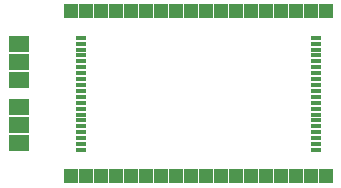
<source format=gts>
G75*
%MOIN*%
%OFA0B0*%
%FSLAX24Y24*%
%IPPOS*%
%LPD*%
%AMOC8*
5,1,8,0,0,1.08239X$1,22.5*
%
%ADD10R,0.0356X0.0159*%
%ADD11R,0.0710X0.0540*%
%ADD12R,0.0476X0.0476*%
D10*
X003608Y001386D03*
X003608Y001583D03*
X003608Y001779D03*
X003608Y001976D03*
X003608Y002173D03*
X003608Y002370D03*
X003608Y002567D03*
X003608Y002764D03*
X003608Y002961D03*
X003608Y003157D03*
X003608Y003354D03*
X003608Y003551D03*
X003608Y003748D03*
X003608Y003945D03*
X003608Y004142D03*
X003608Y004339D03*
X003608Y004535D03*
X003608Y004732D03*
X003608Y004929D03*
X003608Y005126D03*
X011443Y005126D03*
X011443Y004929D03*
X011443Y004732D03*
X011443Y004535D03*
X011443Y004339D03*
X011443Y004142D03*
X011443Y003945D03*
X011443Y003748D03*
X011443Y003551D03*
X011443Y003354D03*
X011443Y003157D03*
X011443Y002961D03*
X011443Y002764D03*
X011443Y002567D03*
X011443Y002370D03*
X011443Y002173D03*
X011443Y001976D03*
X011443Y001779D03*
X011443Y001583D03*
X011443Y001386D03*
D11*
X001526Y001606D03*
X001526Y002206D03*
X001526Y002806D03*
X001526Y003706D03*
X001526Y004306D03*
X001526Y004906D03*
D12*
X003276Y006006D03*
X003776Y006006D03*
X004276Y006006D03*
X004776Y006006D03*
X005276Y006006D03*
X005776Y006006D03*
X006276Y006006D03*
X006776Y006006D03*
X007276Y006006D03*
X007776Y006006D03*
X008276Y006006D03*
X008776Y006006D03*
X009276Y006006D03*
X009776Y006006D03*
X010276Y006006D03*
X010776Y006006D03*
X011276Y006006D03*
X011776Y006006D03*
X011776Y000506D03*
X011276Y000506D03*
X010776Y000506D03*
X010276Y000506D03*
X009776Y000506D03*
X009276Y000506D03*
X008776Y000506D03*
X008276Y000506D03*
X007776Y000506D03*
X007276Y000506D03*
X006776Y000506D03*
X006276Y000506D03*
X005776Y000506D03*
X005276Y000506D03*
X004776Y000506D03*
X004276Y000506D03*
X003776Y000506D03*
X003275Y000505D03*
M02*

</source>
